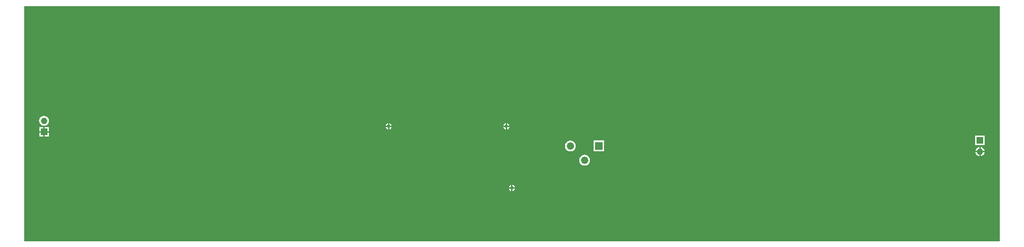
<source format=gbl>
G04*
G04 #@! TF.GenerationSoftware,Altium Limited,Altium Designer,20.2.7 (254)*
G04*
G04 Layer_Physical_Order=2*
G04 Layer_Color=16711680*
%FSLAX25Y25*%
%MOIN*%
G70*
G04*
G04 #@! TF.SameCoordinates,ADF9761A-B84E-492D-9E7F-6483C6A28603*
G04*
G04*
G04 #@! TF.FilePolarity,Positive*
G04*
G01*
G75*
%ADD30C,0.05200*%
%ADD31R,0.05200X0.05200*%
%ADD36R,0.04528X0.04528*%
%ADD37C,0.04528*%
%ADD38C,0.02362*%
G36*
X694882Y5906D02*
X9843D01*
Y171260D01*
X694882D01*
Y5906D01*
D02*
G37*
%LPC*%
G36*
X348925Y88739D02*
Y87114D01*
X350550D01*
X350480Y87465D01*
X349998Y88187D01*
X349276Y88669D01*
X348925Y88739D01*
D02*
G37*
G36*
X347925D02*
X347574Y88669D01*
X346853Y88187D01*
X346371Y87465D01*
X346301Y87114D01*
X347925D01*
Y88739D01*
D02*
G37*
G36*
X266248Y88739D02*
Y87114D01*
X267872D01*
X267803Y87465D01*
X267320Y88187D01*
X266599Y88669D01*
X266248Y88739D01*
D02*
G37*
G36*
X265248D02*
X264897Y88669D01*
X264176Y88187D01*
X263693Y87465D01*
X263624Y87114D01*
X265248D01*
Y88739D01*
D02*
G37*
G36*
X23622Y94026D02*
X22723Y93907D01*
X21885Y93560D01*
X21165Y93008D01*
X20613Y92289D01*
X20266Y91451D01*
X20147Y90551D01*
X20266Y89652D01*
X20613Y88814D01*
X21165Y88094D01*
X21885Y87542D01*
X22723Y87195D01*
X23622Y87077D01*
X24521Y87195D01*
X25359Y87542D01*
X26079Y88094D01*
X26631Y88814D01*
X26978Y89652D01*
X27097Y90551D01*
X26978Y91451D01*
X26631Y92289D01*
X26079Y93008D01*
X25359Y93560D01*
X24521Y93907D01*
X23622Y94026D01*
D02*
G37*
G36*
X350550Y86114D02*
X348925D01*
Y84490D01*
X349276Y84560D01*
X349998Y85042D01*
X350480Y85763D01*
X350550Y86114D01*
D02*
G37*
G36*
X347925D02*
X346301D01*
X346371Y85763D01*
X346853Y85042D01*
X347574Y84560D01*
X347925Y84490D01*
Y86114D01*
D02*
G37*
G36*
X267872Y86114D02*
X266248D01*
Y84490D01*
X266599Y84560D01*
X267320Y85042D01*
X267803Y85763D01*
X267872Y86114D01*
D02*
G37*
G36*
X265248D02*
X263624D01*
X263693Y85763D01*
X264176Y85042D01*
X264897Y84560D01*
X265248Y84490D01*
Y86114D01*
D02*
G37*
G36*
X26886Y85941D02*
X24122D01*
Y83177D01*
X26886D01*
Y85941D01*
D02*
G37*
G36*
X23122D02*
X20358D01*
Y83177D01*
X23122D01*
Y85941D01*
D02*
G37*
G36*
X26886Y82177D02*
X24122D01*
Y79413D01*
X26886D01*
Y82177D01*
D02*
G37*
G36*
X23122D02*
X20358D01*
Y79413D01*
X23122D01*
Y82177D01*
D02*
G37*
G36*
X684547Y80216D02*
X677658D01*
Y73327D01*
X684547D01*
Y80216D01*
D02*
G37*
G36*
X681602Y72124D02*
Y69398D01*
X684329D01*
X684282Y69750D01*
X683953Y70544D01*
X683430Y71225D01*
X682748Y71749D01*
X681954Y72077D01*
X681602Y72124D01*
D02*
G37*
G36*
X680602Y72124D02*
X680250Y72077D01*
X679456Y71749D01*
X678775Y71225D01*
X678252Y70544D01*
X677923Y69750D01*
X677876Y69398D01*
X680602D01*
Y72124D01*
D02*
G37*
G36*
X417167Y76616D02*
X409605D01*
Y69054D01*
X417167D01*
Y76616D01*
D02*
G37*
G36*
X393386Y76648D02*
X392399Y76518D01*
X391479Y76137D01*
X390689Y75531D01*
X390083Y74742D01*
X389702Y73822D01*
X389572Y72835D01*
X389702Y71848D01*
X390083Y70928D01*
X390689Y70138D01*
X391479Y69532D01*
X392399Y69151D01*
X393386Y69021D01*
X394373Y69151D01*
X395293Y69532D01*
X396082Y70138D01*
X396689Y70928D01*
X397070Y71848D01*
X397200Y72835D01*
X397070Y73822D01*
X396689Y74742D01*
X396082Y75531D01*
X395293Y76137D01*
X394373Y76518D01*
X393386Y76648D01*
D02*
G37*
G36*
X684329Y68398D02*
X681602D01*
Y65671D01*
X681954Y65718D01*
X682748Y66047D01*
X683430Y66570D01*
X683953Y67252D01*
X684282Y68046D01*
X684329Y68398D01*
D02*
G37*
G36*
X680602D02*
X677876D01*
X677923Y68046D01*
X678252Y67252D01*
X678775Y66570D01*
X679456Y66047D01*
X680250Y65718D01*
X680602Y65671D01*
Y68398D01*
D02*
G37*
G36*
X403386Y66648D02*
X402399Y66518D01*
X401479Y66137D01*
X400689Y65531D01*
X400083Y64741D01*
X399702Y63822D01*
X399572Y62835D01*
X399702Y61848D01*
X400083Y60928D01*
X400689Y60138D01*
X401479Y59532D01*
X402399Y59151D01*
X403386Y59021D01*
X404373Y59151D01*
X405293Y59532D01*
X406082Y60138D01*
X406689Y60928D01*
X407070Y61848D01*
X407200Y62835D01*
X407070Y63822D01*
X406689Y64741D01*
X406082Y65531D01*
X405293Y66137D01*
X404373Y66518D01*
X403386Y66648D01*
D02*
G37*
G36*
X352862Y45432D02*
Y43807D01*
X354487D01*
X354417Y44158D01*
X353935Y44880D01*
X353213Y45362D01*
X352862Y45432D01*
D02*
G37*
G36*
X351862D02*
X351511Y45362D01*
X350790Y44880D01*
X350308Y44158D01*
X350238Y43807D01*
X351862D01*
Y45432D01*
D02*
G37*
G36*
X354487Y42807D02*
X352862D01*
Y41183D01*
X353213Y41252D01*
X353935Y41735D01*
X354417Y42456D01*
X354487Y42807D01*
D02*
G37*
G36*
X351862D02*
X350238D01*
X350308Y42456D01*
X350790Y41735D01*
X351511Y41252D01*
X351862Y41183D01*
Y42807D01*
D02*
G37*
%LPD*%
D30*
X393386Y72835D02*
D03*
X403386Y62835D02*
D03*
D31*
X413386Y72835D02*
D03*
D36*
X23622Y82677D02*
D03*
X681102Y76772D02*
D03*
D37*
X23622Y90551D02*
D03*
X681102Y68898D02*
D03*
D38*
X352362Y43307D02*
D03*
X265748Y86614D02*
D03*
X348425Y86614D02*
D03*
M02*

</source>
